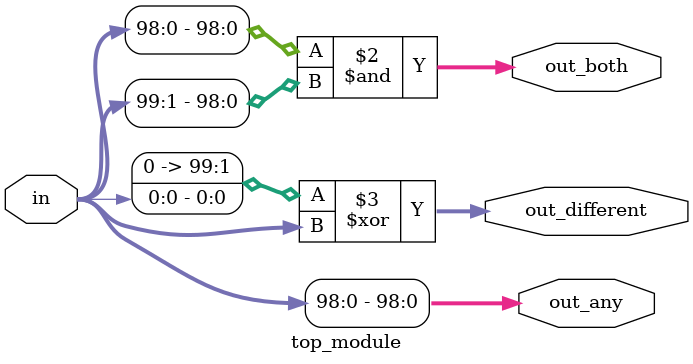
<source format=sv>
module top_module (
	input [99:0] in,
	output [98:0] out_both,
	output reg [99:1] out_any,
	output reg [99:0] out_different
);

	always @* begin
		out_both = in[98:0] & in[99:1];
		out_any = in;
		out_different = {in[0]} ^ in;
	end

endmodule

</source>
